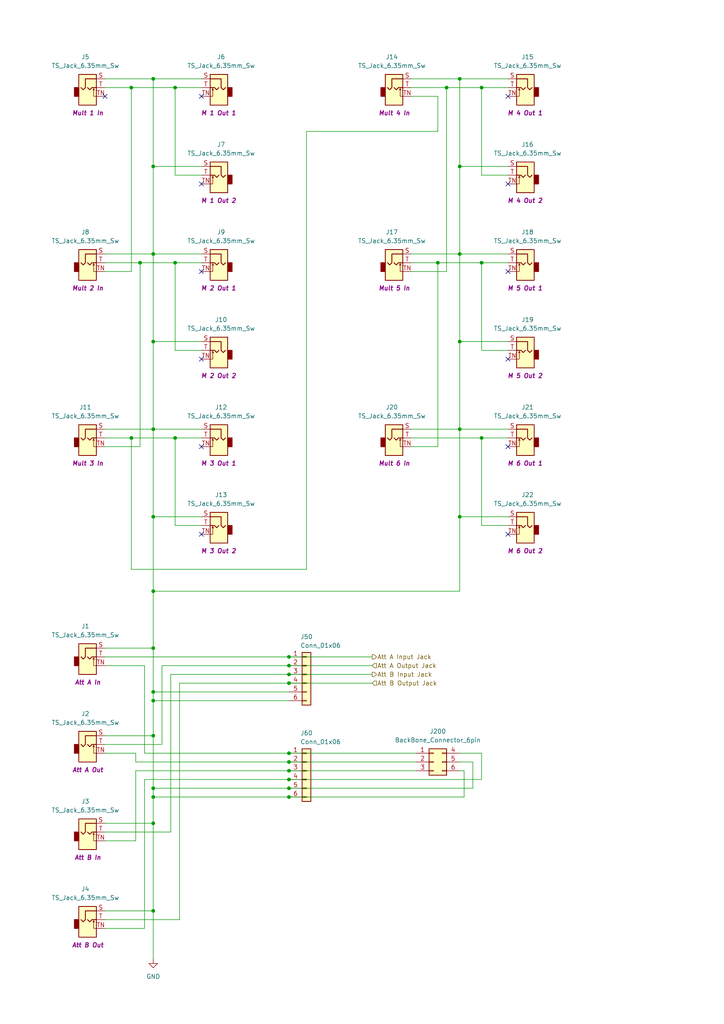
<source format=kicad_sch>
(kicad_sch (version 20231120) (generator "eeschema") (generator_version "8.0")
  (paper "A4" portrait)
  (title_block (company "DMH Instruments") (comment 1 "PCB for 5 cm Kosmo format synthesizer module"))
  (lib_symbols
    (symbol "Connector_Generic:Conn_01x06" (pin_names (offset 1.016) hide)
      (property "Reference" "J" (at 0 7.62 0))
      (property "Value" "Conn_01x06" (at 0 -10.16 0))
      (symbol "Conn_01x06_1_1"
        (rectangle (start -1.27 -7.493) (end 0 -7.747) (stroke (width 0.1524)))
        (rectangle (start -1.27 -4.953) (end 0 -5.207) (stroke (width 0.1524)))
        (rectangle (start -1.27 -2.413) (end 0 -2.667) (stroke (width 0.1524)))
        (rectangle (start -1.27 0.127) (end 0 -0.127) (stroke (width 0.1524)))
        (rectangle (start -1.27 2.667) (end 0 2.413) (stroke (width 0.1524)))
        (rectangle (start -1.27 5.207) (end 0 4.953) (stroke (width 0.1524)))
        (rectangle (start -1.27 6.35) (end 1.27 -8.89) (stroke (width 0.254)) (fill (type background)))
        (pin passive line (at -5.08 5.08 0) (length 3.81) (name "Pin_1") (number "1"))
        (pin passive line (at -5.08 2.54 0) (length 3.81) (name "Pin_2") (number "2"))
        (pin passive line (at -5.08 0 0) (length 3.81) (name "Pin_3") (number "3"))
        (pin passive line (at -5.08 -2.54 0) (length 3.81) (name "Pin_4") (number "4"))
        (pin passive line (at -5.08 -5.08 0) (length 3.81) (name "Pin_5") (number "5"))
        (pin passive line (at -5.08 -7.62 0) (length 3.81) (name "Pin_6") (number "6"))
      )
    )
    (symbol "SynthStuff:BackBone_Connector_6pin" (pin_names (offset 1.016) hide)
      (property "Reference" "J" (at 1.27 5.08 0))
      (property "Value" "BackBone_Connector_6pin" (at 1.27 -5.08 0))
      (symbol "BackBone_Connector_6pin_1_1"
        (rectangle (start -1.27 -2.413) (end 0 -2.667) (stroke (width 0.1524)))
        (rectangle (start -1.27 0.127) (end 0 -0.127) (stroke (width 0.1524)))
        (rectangle (start -1.27 2.667) (end 0 2.413) (stroke (width 0.1524)))
        (rectangle (start -1.27 3.81) (end 3.81 -3.81) (stroke (width 0.254)) (fill (type background)))
        (rectangle (start 3.81 -2.413) (end 2.54 -2.667) (stroke (width 0.1524)))
        (rectangle (start 3.81 0.127) (end 2.54 -0.127) (stroke (width 0.1524)))
        (rectangle (start 3.81 2.667) (end 2.54 2.413) (stroke (width 0.1524)))
        (pin passive line (at -5.08 2.54 0) (length 3.81) (name "Pin_1") (number "1"))
        (pin passive line (at -5.08 0 0) (length 3.81) (name "Pin_2") (number "2"))
        (pin passive line (at -5.08 -2.54 0) (length 3.81) (name "Pin_3") (number "3"))
        (pin passive line (at 7.62 2.54 180) (length 3.81) (name "Pin_4") (number "4"))
        (pin passive line (at 7.62 0 180) (length 3.81) (name "Pin_5") (number "5"))
        (pin passive line (at 7.62 -2.54 180) (length 3.81) (name "Pin_6") (number "6"))
      )
    )
    (symbol "SynthStuff:TS_Jack_6.35mm_Sw"
      (property "Reference" "J" (at -0.635 8.89 0))
      (property "Value" "TS_Jack_6.35mm_Sw" (at -0.635 6.35 0))
      (symbol "TS_Jack_6.35mm_Sw_0_1"
        (rectangle (start -2.54 0) (end -3.81 -2.54) (stroke (width 0.254)) (fill (type outline)))
        (polyline (pts (xy 1.778 -0.254) (xy 2.032 -0.762)))
        (polyline (pts (xy 0 0) (xy 0.635 -0.635) (xy 1.27 0) (xy 2.54 0)) (stroke (width 0.254)))
        (polyline (pts (xy 2.54 -2.54) (xy 1.778 -2.54) (xy 1.778 -0.254) (xy 1.524 -0.762)))
        (polyline (pts (xy 2.54 2.54) (xy -0.635 2.54) (xy -0.635 0) (xy -1.27 -0.635) (xy -1.905 0)) (stroke (width 0.254)))
        (rectangle (start 2.54 3.81) (end -2.54 -5.08) (stroke (width 0.254)) (fill (type background)))
      )
      (symbol "TS_Jack_6.35mm_Sw_1_1"
        (pin passive line (at 5.08 2.54 180) (length 2.54) (name "~") (number "S"))
        (pin passive line (at 5.08 0 180) (length 2.54) (name "~") (number "T"))
        (pin passive line (at 5.08 -2.54 180) (length 2.54) (name "~") (number "TN"))
      )
    )
    (symbol "power:GND" (power) (pin_numbers hide) (pin_names (offset 0) hide)
      (property "Value" "GND" (at 0 -3.81 0))
      (symbol "GND_0_1"
        (polyline (pts (xy 0 0) (xy 0 -1.27) (xy 1.27 -1.27) (xy 0 -2.54) (xy -1.27 -1.27) (xy 0 -1.27)))
      )
      (symbol "GND_1_1"
        (pin power_in line (at 0 0 270) (length 0) (name "~") (number "1"))
      )
    )
  )
  (junction (at 83.82 193.04))
  (junction (at 44.45 213.36))
  (junction (at 44.45 228.6))
  (junction (at 44.45 231.14))
  (junction (at 83.82 226.06))
  (junction (at 83.82 218.44))
  (junction (at 129.54 25.4))
  (junction (at 44.45 22.86))
  (junction (at 83.82 231.14))
  (junction (at 44.45 187.96))
  (junction (at 127 76.2))
  (junction (at 44.45 264.16))
  (junction (at 44.45 124.46))
  (junction (at 38.1 127))
  (junction (at 44.45 73.66))
  (junction (at 83.82 220.98))
  (junction (at 133.35 149.86))
  (junction (at 44.45 48.26))
  (junction (at 83.82 198.12))
  (junction (at 133.35 22.86))
  (junction (at 83.82 223.52))
  (junction (at 83.82 190.5))
  (junction (at 44.45 200.66))
  (junction (at 40.64 76.2))
  (junction (at 133.35 73.66))
  (junction (at 38.1 25.4))
  (junction (at 50.8 76.2))
  (junction (at 139.7 25.4))
  (junction (at 83.82 228.6))
  (junction (at 44.45 99.06))
  (junction (at 139.7 76.2))
  (junction (at 133.35 48.26))
  (junction (at 44.45 203.2))
  (junction (at 50.8 127))
  (junction (at 133.35 124.46))
  (junction (at 83.82 195.58))
  (junction (at 133.35 99.06))
  (junction (at 44.45 149.86))
  (junction (at 50.8 25.4))
  (junction (at 44.45 171.45))
  (junction (at 139.7 127))
  (junction (at 44.45 238.76))
  (no_connect (at 58.42 104.14))
  (no_connect (at 58.42 129.54))
  (no_connect (at 147.32 129.54))
  (no_connect (at 147.32 154.94))
  (no_connect (at 58.42 27.94))
  (no_connect (at 58.42 53.34))
  (no_connect (at 147.32 104.14))
  (no_connect (at 147.32 27.94))
  (no_connect (at 58.42 154.94))
  (no_connect (at 147.32 78.74))
  (no_connect (at 30.48 27.94))
  (no_connect (at 147.32 53.34))
  (no_connect (at 58.42 78.74))
  (wire (pts (xy 44.45 73.66) (xy 44.45 48.26)))
  (wire (pts (xy 139.7 50.8) (xy 139.7 25.4)))
  (wire (pts (xy 83.82 223.52) (xy 120.65 223.52)))
  (wire (pts (xy 40.64 76.2) (xy 50.8 76.2)))
  (wire (pts (xy 83.82 218.44) (xy 120.65 218.44)))
  (wire (pts (xy 88.9 38.1) (xy 127 38.1)))
  (wire (pts (xy 50.8 76.2) (xy 58.42 76.2)))
  (wire (pts (xy 44.45 203.2) (xy 83.82 203.2)))
  (wire (pts (xy 44.45 231.14) (xy 44.45 238.76)))
  (wire (pts (xy 133.35 218.44) (xy 139.7 218.44)))
  (wire (pts (xy 137.16 220.98) (xy 137.16 228.6)))
  (wire (pts (xy 30.48 238.76) (xy 44.45 238.76)))
  (wire (pts (xy 83.82 226.06) (xy 139.7 226.06)))
  (wire (pts (xy 147.32 99.06) (xy 133.35 99.06)))
  (wire (pts (xy 58.42 149.86) (xy 44.45 149.86)))
  (wire (pts (xy 50.8 101.6) (xy 50.8 76.2)))
  (wire (pts (xy 30.48 190.5) (xy 83.82 190.5)))
  (wire (pts (xy 137.16 228.6) (xy 83.82 228.6)))
  (wire (pts (xy 58.42 101.6) (xy 50.8 101.6)))
  (wire (pts (xy 139.7 76.2) (xy 147.32 76.2)))
  (wire (pts (xy 38.1 25.4) (xy 38.1 78.74)))
  (wire (pts (xy 41.91 218.44) (xy 83.82 218.44)))
  (wire (pts (xy 129.54 25.4) (xy 129.54 78.74)))
  (wire (pts (xy 30.48 193.04) (xy 41.91 193.04)))
  (wire (pts (xy 30.48 264.16) (xy 44.45 264.16)))
  (wire (pts (xy 39.37 220.98) (xy 83.82 220.98)))
  (wire (pts (xy 139.7 25.4) (xy 147.32 25.4)))
  (wire (pts (xy 119.38 78.74) (xy 129.54 78.74)))
  (wire (pts (xy 44.45 200.66) (xy 44.45 203.2)))
  (wire (pts (xy 88.9 165.1) (xy 88.9 38.1)))
  (wire (pts (xy 119.38 124.46) (xy 133.35 124.46)))
  (wire (pts (xy 58.42 99.06) (xy 44.45 99.06)))
  (wire (pts (xy 134.62 223.52) (xy 134.62 231.14)))
  (wire (pts (xy 30.48 127) (xy 38.1 127)))
  (wire (pts (xy 119.38 22.86) (xy 133.35 22.86)))
  (wire (pts (xy 44.45 187.96) (xy 44.45 200.66)))
  (wire (pts (xy 30.48 243.84) (xy 39.37 243.84)))
  (wire (pts (xy 40.64 129.54) (xy 40.64 76.2)))
  (wire (pts (xy 46.99 193.04) (xy 46.99 215.9)))
  (wire (pts (xy 39.37 223.52) (xy 83.82 223.52)))
  (wire (pts (xy 30.48 22.86) (xy 44.45 22.86)))
  (wire (pts (xy 133.35 124.46) (xy 147.32 124.46)))
  (wire (pts (xy 58.42 73.66) (xy 44.45 73.66)))
  (wire (pts (xy 133.35 48.26) (xy 133.35 73.66)))
  (wire (pts (xy 147.32 48.26) (xy 133.35 48.26)))
  (wire (pts (xy 129.54 25.4) (xy 139.7 25.4)))
  (wire (pts (xy 41.91 193.04) (xy 41.91 218.44)))
  (wire (pts (xy 119.38 25.4) (xy 129.54 25.4)))
  (wire (pts (xy 44.45 200.66) (xy 83.82 200.66)))
  (wire (pts (xy 58.42 124.46) (xy 44.45 124.46)))
  (wire (pts (xy 133.35 48.26) (xy 133.35 22.86)))
  (wire (pts (xy 41.91 226.06) (xy 83.82 226.06)))
  (wire (pts (xy 44.45 171.45) (xy 44.45 187.96)))
  (wire (pts (xy 133.35 149.86) (xy 133.35 171.45)))
  (wire (pts (xy 44.45 149.86) (xy 44.45 124.46)))
  (wire (pts (xy 49.53 195.58) (xy 83.82 195.58)))
  (wire (pts (xy 119.38 76.2) (xy 127 76.2)))
  (wire (pts (xy 119.38 73.66) (xy 133.35 73.66)))
  (wire (pts (xy 30.48 241.3) (xy 49.53 241.3)))
  (wire (pts (xy 38.1 25.4) (xy 50.8 25.4)))
  (wire (pts (xy 30.48 215.9) (xy 46.99 215.9)))
  (wire (pts (xy 133.35 124.46) (xy 133.35 149.86)))
  (wire (pts (xy 133.35 99.06) (xy 133.35 73.66)))
  (wire (pts (xy 30.48 266.7) (xy 52.07 266.7)))
  (wire (pts (xy 139.7 152.4) (xy 139.7 127)))
  (wire (pts (xy 44.45 124.46) (xy 44.45 99.06)))
  (wire (pts (xy 44.45 48.26) (xy 44.45 22.86)))
  (wire (pts (xy 49.53 241.3) (xy 49.53 195.58)))
  (wire (pts (xy 30.48 25.4) (xy 38.1 25.4)))
  (wire (pts (xy 30.48 269.24) (xy 41.91 269.24)))
  (wire (pts (xy 44.45 264.16) (xy 44.45 278.13)))
  (wire (pts (xy 139.7 101.6) (xy 139.7 76.2)))
  (wire (pts (xy 83.82 190.5) (xy 107.95 190.5)))
  (wire (pts (xy 83.82 193.04) (xy 46.99 193.04)))
  (wire (pts (xy 52.07 266.7) (xy 52.07 198.12)))
  (wire (pts (xy 133.35 149.86) (xy 147.32 149.86)))
  (wire (pts (xy 30.48 73.66) (xy 44.45 73.66)))
  (wire (pts (xy 44.45 22.86) (xy 58.42 22.86)))
  (wire (pts (xy 83.82 198.12) (xy 107.95 198.12)))
  (wire (pts (xy 44.45 228.6) (xy 83.82 228.6)))
  (wire (pts (xy 44.45 238.76) (xy 44.45 264.16)))
  (wire (pts (xy 119.38 129.54) (xy 127 129.54)))
  (wire (pts (xy 52.07 198.12) (xy 83.82 198.12)))
  (wire (pts (xy 30.48 218.44) (xy 39.37 218.44)))
  (wire (pts (xy 30.48 78.74) (xy 38.1 78.74)))
  (wire (pts (xy 133.35 220.98) (xy 137.16 220.98)))
  (wire (pts (xy 38.1 127) (xy 38.1 165.1)))
  (wire (pts (xy 147.32 50.8) (xy 139.7 50.8)))
  (wire (pts (xy 127 27.94) (xy 127 38.1)))
  (wire (pts (xy 83.82 193.04) (xy 107.95 193.04)))
  (wire (pts (xy 133.35 22.86) (xy 147.32 22.86)))
  (wire (pts (xy 50.8 127) (xy 58.42 127)))
  (wire (pts (xy 39.37 243.84) (xy 39.37 223.52)))
  (wire (pts (xy 58.42 152.4) (xy 50.8 152.4)))
  (wire (pts (xy 44.45 231.14) (xy 83.82 231.14)))
  (wire (pts (xy 139.7 127) (xy 147.32 127)))
  (wire (pts (xy 147.32 101.6) (xy 139.7 101.6)))
  (wire (pts (xy 83.82 220.98) (xy 120.65 220.98)))
  (wire (pts (xy 38.1 165.1) (xy 88.9 165.1)))
  (wire (pts (xy 50.8 25.4) (xy 58.42 25.4)))
  (wire (pts (xy 127 76.2) (xy 127 129.54)))
  (wire (pts (xy 38.1 127) (xy 50.8 127)))
  (wire (pts (xy 50.8 50.8) (xy 50.8 25.4)))
  (wire (pts (xy 119.38 27.94) (xy 127 27.94)))
  (wire (pts (xy 147.32 152.4) (xy 139.7 152.4)))
  (wire (pts (xy 119.38 127) (xy 139.7 127)))
  (wire (pts (xy 44.45 149.86) (xy 44.45 171.45)))
  (wire (pts (xy 30.48 124.46) (xy 44.45 124.46)))
  (wire (pts (xy 44.45 213.36) (xy 44.45 228.6)))
  (wire (pts (xy 139.7 218.44) (xy 139.7 226.06)))
  (wire (pts (xy 44.45 99.06) (xy 44.45 73.66)))
  (wire (pts (xy 58.42 48.26) (xy 44.45 48.26)))
  (wire (pts (xy 133.35 171.45) (xy 44.45 171.45)))
  (wire (pts (xy 83.82 195.58) (xy 107.95 195.58)))
  (wire (pts (xy 133.35 73.66) (xy 147.32 73.66)))
  (wire (pts (xy 39.37 218.44) (xy 39.37 220.98)))
  (wire (pts (xy 44.45 228.6) (xy 44.45 231.14)))
  (wire (pts (xy 133.35 99.06) (xy 133.35 124.46)))
  (wire (pts (xy 30.48 76.2) (xy 40.64 76.2)))
  (wire (pts (xy 58.42 50.8) (xy 50.8 50.8)))
  (wire (pts (xy 30.48 129.54) (xy 40.64 129.54)))
  (wire (pts (xy 41.91 269.24) (xy 41.91 226.06)))
  (wire (pts (xy 127 76.2) (xy 139.7 76.2)))
  (wire (pts (xy 50.8 152.4) (xy 50.8 127)))
  (wire (pts (xy 133.35 223.52) (xy 134.62 223.52)))
  (wire (pts (xy 44.45 203.2) (xy 44.45 213.36)))
  (wire (pts (xy 30.48 213.36) (xy 44.45 213.36)))
  (wire (pts (xy 30.48 187.96) (xy 44.45 187.96)))
  (wire (pts (xy 83.82 231.14) (xy 134.62 231.14)))
  (hierarchical_label "Att B Input Jack" (shape output) (at 107.95 195.58 0))
  (hierarchical_label "Att A Input Jack" (shape output) (at 107.95 190.5 0))
  (hierarchical_label "Att B Output Jack" (shape input) (at 107.95 198.12 0))
  (hierarchical_label "Att A Output Jack" (shape input) (at 107.95 193.04 0))
  (symbol (lib_id "SynthStuff:BackBone_Connector_6pin") (at 125.73 220.98 0) (unit 1) (on_board no)
    (property "Reference" "J200" (at 127 212.09 0))
    (property "Value" "BackBone_Connector_6pin" (at 127 214.63 0))
    (property "Footprint" "SynthStuff:IDC-Header_2x03_P2.54mm_Vertical_BackBone" (effects (hide yes)))
    (property "Description" "Generic connector, double row, 02x03, top/bottom pin numbering scheme (row 1: 1...pins_per_row, row2: pins_per_row+1 ... num_pins), script generated (kicad-library-utils/schlib/autogen/connector/)" (effects (hide yes)))
  )
  (symbol (lib_id "SynthStuff:TS_Jack_6.35mm_Sw") (at 63.5 127 0) (mirror y) (unit 1)
    (property "Reference" "J12" (at 64.135 118.11 0))
    (property "Value" "TS_Jack_6.35mm_Sw" (at 64.135 120.65 0))
    (property "Footprint" "SynthStuff:CUI_MJ-63052A" (effects (hide yes)))
    (property "Description" "Audio Jack, 2 Poles (Mono / TS), Switched T Pole (Normalling), 6.35mm, 1/4inch" (effects (hide yes)))
    (property "Function" "M 3 Out 1" (at 63.5 134.366 0) (effects (font (thickness 0.254) (bold yes) (italic yes))))
  )
  (symbol (lib_id "SynthStuff:TS_Jack_6.35mm_Sw") (at 63.5 76.2 0) (mirror y) (unit 1)
    (property "Reference" "J9" (at 64.135 67.31 0))
    (property "Value" "TS_Jack_6.35mm_Sw" (at 64.135 69.85 0))
    (property "Footprint" "SynthStuff:CUI_MJ-63052A" (effects (hide yes)))
    (property "Description" "Audio Jack, 2 Poles (Mono / TS), Switched T Pole (Normalling), 6.35mm, 1/4inch" (effects (hide yes)))
    (property "Function" "M 2 Out 1" (at 63.5 83.566 0) (effects (font (thickness 0.254) (bold yes) (italic yes))))
  )
  (symbol (lib_id "SynthStuff:TS_Jack_6.35mm_Sw") (at 63.5 25.4 0) (mirror y) (unit 1)
    (property "Reference" "J6" (at 64.135 16.51 0))
    (property "Value" "TS_Jack_6.35mm_Sw" (at 64.135 19.05 0))
    (property "Footprint" "SynthStuff:CUI_MJ-63052A" (effects (hide yes)))
    (property "Description" "Audio Jack, 2 Poles (Mono / TS), Switched T Pole (Normalling), 6.35mm, 1/4inch" (effects (hide yes)))
    (property "Function" "M 1 Out 1" (at 63.5 32.766 0) (effects (font (thickness 0.254) (bold yes) (italic yes))))
  )
  (symbol (lib_id "SynthStuff:TS_Jack_6.35mm_Sw") (at 114.3 76.2 0) (unit 1)
    (property "Reference" "J17" (at 113.665 67.31 0))
    (property "Value" "TS_Jack_6.35mm_Sw" (at 113.665 69.85 0))
    (property "Footprint" "SynthStuff:CUI_MJ-63052A" (effects (hide yes)))
    (property "Description" "Audio Jack, 2 Poles (Mono / TS), Switched T Pole (Normalling), 6.35mm, 1/4inch" (effects (hide yes)))
    (property "Function" "Mult 5 In" (at 114.3 83.566 0) (effects (font (thickness 0.254) (bold yes) (italic yes))))
  )
  (symbol (lib_id "SynthStuff:TS_Jack_6.35mm_Sw") (at 25.4 266.7 0) (unit 1)
    (property "Reference" "J4" (at 24.765 257.81 0))
    (property "Value" "TS_Jack_6.35mm_Sw" (at 24.765 260.35 0))
    (property "Footprint" "SynthStuff:CUI_MJ-63052A" (effects (hide yes)))
    (property "Description" "Audio Jack, 2 Poles (Mono / TS), Switched T Pole (Normalling), 6.35mm, 1/4inch" (effects (hide yes)))
    (property "Function" "Att B Out" (at 25.4 274.066 0) (effects (font (thickness 0.254) (bold yes) (italic yes))))
  )
  (symbol (lib_id "SynthStuff:TS_Jack_6.35mm_Sw") (at 25.4 76.2 0) (unit 1)
    (property "Reference" "J8" (at 24.765 67.31 0))
    (property "Value" "TS_Jack_6.35mm_Sw" (at 24.765 69.85 0))
    (property "Footprint" "SynthStuff:CUI_MJ-63052A" (effects (hide yes)))
    (property "Description" "Audio Jack, 2 Poles (Mono / TS), Switched T Pole (Normalling), 6.35mm, 1/4inch" (effects (hide yes)))
    (property "Function" "Mult 2 In" (at 25.4 83.566 0) (effects (font (thickness 0.254) (bold yes) (italic yes))))
  )
  (symbol (lib_id "SynthStuff:TS_Jack_6.35mm_Sw") (at 63.5 50.8 0) (mirror y) (unit 1)
    (property "Reference" "J7" (at 64.135 41.91 0))
    (property "Value" "TS_Jack_6.35mm_Sw" (at 64.135 44.45 0))
    (property "Footprint" "SynthStuff:CUI_MJ-63052A" (effects (hide yes)))
    (property "Description" "Audio Jack, 2 Poles (Mono / TS), Switched T Pole (Normalling), 6.35mm, 1/4inch" (effects (hide yes)))
    (property "Function" "M 1 Out 2" (at 63.5 58.166 0) (effects (font (thickness 0.254) (bold yes) (italic yes))))
  )
  (symbol (lib_id "SynthStuff:TS_Jack_6.35mm_Sw") (at 25.4 190.5 0) (unit 1)
    (property "Reference" "J1" (at 24.765 181.61 0))
    (property "Value" "TS_Jack_6.35mm_Sw" (at 24.765 184.15 0))
    (property "Footprint" "SynthStuff:CUI_MJ-63052A" (effects (hide yes)))
    (property "Description" "Audio Jack, 2 Poles (Mono / TS), Switched T Pole (Normalling), 6.35mm, 1/4inch" (effects (hide yes)))
    (property "Function" "Att A In" (at 25.4 197.866 0) (effects (font (thickness 0.254) (bold yes) (italic yes))))
  )
  (symbol (lib_id "SynthStuff:TS_Jack_6.35mm_Sw") (at 63.5 152.4 0) (mirror y) (unit 1)
    (property "Reference" "J13" (at 64.135 143.51 0))
    (property "Value" "TS_Jack_6.35mm_Sw" (at 64.135 146.05 0))
    (property "Footprint" "SynthStuff:CUI_MJ-63052A" (effects (hide yes)))
    (property "Description" "Audio Jack, 2 Poles (Mono / TS), Switched T Pole (Normalling), 6.35mm, 1/4inch" (effects (hide yes)))
    (property "Function" "M 3 Out 2" (at 63.5 159.766 0) (effects (font (thickness 0.254) (bold yes) (italic yes))))
  )
  (symbol (lib_id "SynthStuff:TS_Jack_6.35mm_Sw") (at 63.5 101.6 0) (mirror y) (unit 1)
    (property "Reference" "J10" (at 64.135 92.71 0))
    (property "Value" "TS_Jack_6.35mm_Sw" (at 64.135 95.25 0))
    (property "Footprint" "SynthStuff:CUI_MJ-63052A" (effects (hide yes)))
    (property "Description" "Audio Jack, 2 Poles (Mono / TS), Switched T Pole (Normalling), 6.35mm, 1/4inch" (effects (hide yes)))
    (property "Function" "M 2 Out 2" (at 63.5 108.966 0) (effects (font (thickness 0.254) (bold yes) (italic yes))))
  )
  (symbol (lib_id "SynthStuff:TS_Jack_6.35mm_Sw") (at 152.4 152.4 0) (mirror y) (unit 1)
    (property "Reference" "J22" (at 153.035 143.51 0))
    (property "Value" "TS_Jack_6.35mm_Sw" (at 153.035 146.05 0))
    (property "Footprint" "SynthStuff:CUI_MJ-63052A" (effects (hide yes)))
    (property "Description" "Audio Jack, 2 Poles (Mono / TS), Switched T Pole (Normalling), 6.35mm, 1/4inch" (effects (hide yes)))
    (property "Function" "M 6 Out 2" (at 152.4 159.766 0) (effects (font (thickness 0.254) (bold yes) (italic yes))))
  )
  (symbol (lib_id "SynthStuff:TS_Jack_6.35mm_Sw") (at 25.4 127 0) (unit 1)
    (property "Reference" "J11" (at 24.765 118.11 0))
    (property "Value" "TS_Jack_6.35mm_Sw" (at 24.765 120.65 0))
    (property "Footprint" "SynthStuff:CUI_MJ-63052A" (effects (hide yes)))
    (property "Description" "Audio Jack, 2 Poles (Mono / TS), Switched T Pole (Normalling), 6.35mm, 1/4inch" (effects (hide yes)))
    (property "Function" "Mult 3 In" (at 25.4 134.366 0) (effects (font (thickness 0.254) (bold yes) (italic yes))))
  )
  (symbol (lib_id "SynthStuff:TS_Jack_6.35mm_Sw") (at 25.4 215.9 0) (unit 1)
    (property "Reference" "J2" (at 24.765 207.01 0))
    (property "Value" "TS_Jack_6.35mm_Sw" (at 24.765 209.55 0))
    (property "Footprint" "SynthStuff:CUI_MJ-63052A" (effects (hide yes)))
    (property "Description" "Audio Jack, 2 Poles (Mono / TS), Switched T Pole (Normalling), 6.35mm, 1/4inch" (effects (hide yes)))
    (property "Function" "Att A Out" (at 25.4 223.266 0) (effects (font (thickness 0.254) (bold yes) (italic yes))))
  )
  (symbol (lib_id "SynthStuff:TS_Jack_6.35mm_Sw") (at 152.4 76.2 0) (mirror y) (unit 1)
    (property "Reference" "J18" (at 153.035 67.31 0))
    (property "Value" "TS_Jack_6.35mm_Sw" (at 153.035 69.85 0))
    (property "Footprint" "SynthStuff:CUI_MJ-63052A" (effects (hide yes)))
    (property "Description" "Audio Jack, 2 Poles (Mono / TS), Switched T Pole (Normalling), 6.35mm, 1/4inch" (effects (hide yes)))
    (property "Function" "M 5 Out 1" (at 152.4 83.566 0) (effects (font (thickness 0.254) (bold yes) (italic yes))))
  )
  (symbol (lib_id "Connector_Generic:Conn_01x06") (at 88.9 195.58 0) (unit 1)
    (property "Reference" "J50" (at 87.122 184.658 0) (effects (justify left)))
    (property "Value" "Conn_01x06" (at 87.122 187.198 0) (effects (justify left)))
    (property "Footprint" "Connector_PinHeader_2.54mm:PinHeader_1x06_P2.54mm_Vertical" (effects (hide yes)))
    (property "Description" "Generic connector, single row, 01x06, script generated (kicad-library-utils/schlib/autogen/connector/)" (effects (hide yes)))
  )
  (symbol (lib_id "SynthStuff:TS_Jack_6.35mm_Sw") (at 152.4 50.8 0) (mirror y) (unit 1)
    (property "Reference" "J16" (at 153.035 41.91 0))
    (property "Value" "TS_Jack_6.35mm_Sw" (at 153.035 44.45 0))
    (property "Footprint" "SynthStuff:CUI_MJ-63052A" (effects (hide yes)))
    (property "Description" "Audio Jack, 2 Poles (Mono / TS), Switched T Pole (Normalling), 6.35mm, 1/4inch" (effects (hide yes)))
    (property "Function" "M 4 Out 2" (at 152.4 58.166 0) (effects (font (thickness 0.254) (bold yes) (italic yes))))
  )
  (symbol (lib_id "SynthStuff:TS_Jack_6.35mm_Sw") (at 152.4 101.6 0) (mirror y) (unit 1)
    (property "Reference" "J19" (at 153.035 92.71 0))
    (property "Value" "TS_Jack_6.35mm_Sw" (at 153.035 95.25 0))
    (property "Footprint" "SynthStuff:CUI_MJ-63052A" (effects (hide yes)))
    (property "Description" "Audio Jack, 2 Poles (Mono / TS), Switched T Pole (Normalling), 6.35mm, 1/4inch" (effects (hide yes)))
    (property "Function" "M 5 Out 2" (at 152.4 108.966 0) (effects (font (thickness 0.254) (bold yes) (italic yes))))
  )
  (symbol (lib_id "SynthStuff:TS_Jack_6.35mm_Sw") (at 152.4 127 0) (mirror y) (unit 1)
    (property "Reference" "J21" (at 153.035 118.11 0))
    (property "Value" "TS_Jack_6.35mm_Sw" (at 153.035 120.65 0))
    (property "Footprint" "SynthStuff:CUI_MJ-63052A" (effects (hide yes)))
    (property "Description" "Audio Jack, 2 Poles (Mono / TS), Switched T Pole (Normalling), 6.35mm, 1/4inch" (effects (hide yes)))
    (property "Function" "M 6 Out 1" (at 152.4 134.366 0) (effects (font (thickness 0.254) (bold yes) (italic yes))))
  )
  (symbol (lib_id "SynthStuff:TS_Jack_6.35mm_Sw") (at 25.4 25.4 0) (unit 1)
    (property "Reference" "J5" (at 24.765 16.51 0))
    (property "Value" "TS_Jack_6.35mm_Sw" (at 24.765 19.05 0))
    (property "Footprint" "SynthStuff:CUI_MJ-63052A" (effects (hide yes)))
    (property "Description" "Audio Jack, 2 Poles (Mono / TS), Switched T Pole (Normalling), 6.35mm, 1/4inch" (effects (hide yes)))
    (property "Function" "Mult 1 In" (at 25.4 32.766 0) (effects (font (thickness 0.254) (bold yes) (italic yes))))
  )
  (symbol (lib_id "SynthStuff:TS_Jack_6.35mm_Sw") (at 25.4 241.3 0) (unit 1)
    (property "Reference" "J3" (at 24.765 232.41 0))
    (property "Value" "TS_Jack_6.35mm_Sw" (at 24.765 234.95 0))
    (property "Footprint" "SynthStuff:CUI_MJ-63052A" (effects (hide yes)))
    (property "Description" "Audio Jack, 2 Poles (Mono / TS), Switched T Pole (Normalling), 6.35mm, 1/4inch" (effects (hide yes)))
    (property "Function" "Att B In" (at 25.4 248.666 0) (effects (font (thickness 0.254) (bold yes) (italic yes))))
  )
  (symbol (lib_id "SynthStuff:TS_Jack_6.35mm_Sw") (at 152.4 25.4 0) (mirror y) (unit 1)
    (property "Reference" "J15" (at 153.035 16.51 0))
    (property "Value" "TS_Jack_6.35mm_Sw" (at 153.035 19.05 0))
    (property "Footprint" "SynthStuff:CUI_MJ-63052A" (effects (hide yes)))
    (property "Description" "Audio Jack, 2 Poles (Mono / TS), Switched T Pole (Normalling), 6.35mm, 1/4inch" (effects (hide yes)))
    (property "Function" "M 4 Out 1" (at 152.4 32.766 0) (effects (font (thickness 0.254) (bold yes) (italic yes))))
  )
  (symbol (lib_id "SynthStuff:TS_Jack_6.35mm_Sw") (at 114.3 25.4 0) (unit 1)
    (property "Reference" "J14" (at 113.665 16.51 0))
    (property "Value" "TS_Jack_6.35mm_Sw" (at 113.665 19.05 0))
    (property "Footprint" "SynthStuff:CUI_MJ-63052A" (effects (hide yes)))
    (property "Description" "Audio Jack, 2 Poles (Mono / TS), Switched T Pole (Normalling), 6.35mm, 1/4inch" (effects (hide yes)))
    (property "Function" "Mult 4 In" (at 114.3 32.766 0) (effects (font (thickness 0.254) (bold yes) (italic yes))))
  )
  (symbol (lib_id "power:GND") (at 44.45 278.13 0) (unit 1)
    (property "Reference" "#PWR0101" (effects (hide yes)))
    (property "Value" "GND" (at 44.45 283.21 0))
    (property "Description" "Power symbol creates a global label with name \"GND\" , ground" (effects (hide yes)))
  )
  (symbol (lib_id "SynthStuff:TS_Jack_6.35mm_Sw") (at 114.3 127 0) (unit 1)
    (property "Reference" "J20" (at 113.665 118.11 0))
    (property "Value" "TS_Jack_6.35mm_Sw" (at 113.665 120.65 0))
    (property "Footprint" "SynthStuff:CUI_MJ-63052A" (effects (hide yes)))
    (property "Description" "Audio Jack, 2 Poles (Mono / TS), Switched T Pole (Normalling), 6.35mm, 1/4inch" (effects (hide yes)))
    (property "Function" "Mult 6 In" (at 114.3 134.366 0) (effects (font (thickness 0.254) (bold yes) (italic yes))))
  )
  (symbol (lib_id "Connector_Generic:Conn_01x06") (at 88.9 223.52 0) (unit 1)
    (property "Reference" "J60" (at 87.122 212.598 0) (effects (justify left)))
    (property "Value" "Conn_01x06" (at 87.122 215.138 0) (effects (justify left)))
    (property "Footprint" "Connector_PinHeader_2.54mm:PinHeader_1x06_P2.54mm_Vertical" (effects (hide yes)))
    (property "Description" "Generic connector, single row, 01x06, script generated (kicad-library-utils/schlib/autogen/connector/)" (effects (hide yes)))
  )
)
</source>
